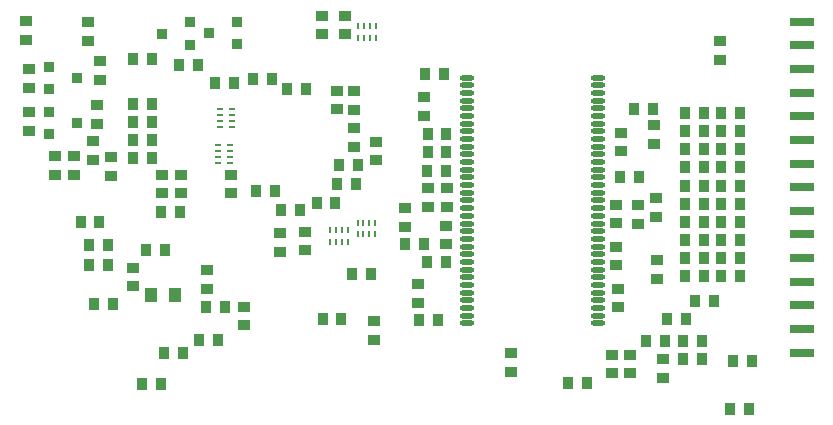
<source format=gbp>
%FSLAX25Y25*%
%MOIN*%
G70*
G01*
G75*
G04 Layer_Color=128*
%ADD10O,0.03150X0.01181*%
%ADD11O,0.01181X0.03150*%
%ADD12R,0.09843X0.09843*%
%ADD13R,0.06102X0.02362*%
%ADD14R,0.10236X0.01102*%
%ADD15R,0.05906X0.01181*%
%ADD16R,0.01181X0.05906*%
%ADD17R,0.09843X0.07874*%
%ADD18R,0.09055X0.01969*%
%ADD19R,0.03937X0.03740*%
%ADD20R,0.01870X0.00787*%
%ADD21R,0.03937X0.03937*%
%ADD22R,0.02362X0.03937*%
%ADD23R,0.03937X0.02362*%
%ADD24R,0.03937X0.03937*%
%ADD25O,0.06102X0.00984*%
%ADD26O,0.00984X0.06102*%
%ADD27R,0.19685X0.19685*%
%ADD28R,0.03740X0.03937*%
%ADD29R,0.05512X0.12598*%
%ADD30R,0.03937X0.04724*%
%ADD31R,0.08661X0.07874*%
%ADD32R,0.04724X0.05512*%
%ADD33R,0.09055X0.09055*%
%ADD34O,0.01181X0.03543*%
%ADD35O,0.03543X0.01181*%
%ADD36R,0.02362X0.03150*%
%ADD37R,0.03543X0.03937*%
%ADD38R,0.00984X0.02362*%
%ADD39O,0.00984X0.02362*%
%ADD40R,0.03150X0.02362*%
%ADD41R,0.12598X0.05512*%
%ADD42R,0.02559X0.03543*%
%ADD43R,0.03937X0.03543*%
%ADD44R,0.07874X0.03150*%
%ADD45R,0.03543X0.03150*%
%ADD46C,0.00600*%
%ADD47C,0.01200*%
%ADD48C,0.01000*%
%ADD49C,0.00787*%
%ADD50C,0.00800*%
%ADD51C,0.02000*%
%ADD52C,0.01500*%
%ADD53C,0.15000*%
%ADD54R,0.06000X0.06000*%
%ADD55C,0.06000*%
%ADD56C,0.10600*%
%ADD57C,0.01969*%
%ADD58R,0.05906X0.05906*%
%ADD59C,0.05906*%
%ADD60C,0.02600*%
%ADD61C,0.04000*%
%ADD62R,0.07087X0.12205*%
%ADD63R,0.10236X0.02362*%
%ADD64R,0.14961X0.08268*%
%ADD65R,0.07874X0.17323*%
%ADD66C,0.14998*%
%ADD67C,0.05400*%
%ADD68C,0.10400*%
%ADD69C,0.05943*%
%ADD70C,0.03600*%
%ADD71R,0.05512X0.14173*%
%ADD72R,0.15748X0.08268*%
%ADD73R,0.12205X0.17716*%
%ADD74R,0.19685X0.02756*%
%ADD75R,0.02362X0.00984*%
%ADD76O,0.02362X0.00984*%
%ADD77O,0.04921X0.01772*%
%ADD78R,0.03740X0.03543*%
%ADD79R,0.03740X0.03543*%
%ADD80C,0.00984*%
%ADD81C,0.02362*%
%ADD82C,0.00394*%
%ADD83C,0.00591*%
%ADD84C,0.01181*%
%ADD85C,0.00700*%
D19*
X263000Y318650D02*
D03*
Y312350D02*
D03*
X257500Y324850D02*
D03*
Y331150D02*
D03*
X293843Y286150D02*
D03*
Y279851D02*
D03*
X286444Y322607D02*
D03*
Y328906D02*
D03*
X284500Y260350D02*
D03*
Y266650D02*
D03*
X294000Y298650D02*
D03*
Y292350D02*
D03*
X364047Y268371D02*
D03*
Y274670D02*
D03*
X351000Y258850D02*
D03*
Y265150D02*
D03*
X350500Y279150D02*
D03*
Y272850D02*
D03*
X363944Y289135D02*
D03*
Y295434D02*
D03*
X357761Y292991D02*
D03*
Y286692D02*
D03*
X350434Y293150D02*
D03*
Y286851D02*
D03*
X363056Y313291D02*
D03*
Y319590D02*
D03*
X222000Y303150D02*
D03*
Y296850D02*
D03*
X238500Y283650D02*
D03*
Y277350D02*
D03*
X169900Y309350D02*
D03*
Y303050D02*
D03*
X153700Y347950D02*
D03*
Y354250D02*
D03*
X205500Y303150D02*
D03*
Y296850D02*
D03*
X287843Y298552D02*
D03*
Y292253D02*
D03*
X315500Y243650D02*
D03*
Y237350D02*
D03*
X384964Y341350D02*
D03*
Y347649D02*
D03*
D28*
X394750Y225000D02*
D03*
X388450D02*
D03*
X174850Y279500D02*
D03*
X181150D02*
D03*
X211350Y248000D02*
D03*
X217650D02*
D03*
X174850Y273000D02*
D03*
X181150D02*
D03*
X171948Y287434D02*
D03*
X178247D02*
D03*
X287607Y304453D02*
D03*
X293906D02*
D03*
X284850Y254500D02*
D03*
X291150D02*
D03*
X287350Y274000D02*
D03*
X293650D02*
D03*
X292950Y336500D02*
D03*
X286650D02*
D03*
X358090Y302342D02*
D03*
X351791D02*
D03*
X356509Y324851D02*
D03*
X362808D02*
D03*
X257350Y300000D02*
D03*
X263650D02*
D03*
X236650Y297500D02*
D03*
X230350D02*
D03*
X223150Y333500D02*
D03*
X216850D02*
D03*
X235650Y335000D02*
D03*
X229350D02*
D03*
X247150Y331500D02*
D03*
X240850D02*
D03*
X383150Y261000D02*
D03*
X376850D02*
D03*
X373650Y255000D02*
D03*
X367350D02*
D03*
X379150Y241500D02*
D03*
X372850D02*
D03*
X198750Y233400D02*
D03*
X192450D02*
D03*
X195650Y308500D02*
D03*
X189350D02*
D03*
Y326500D02*
D03*
X195650D02*
D03*
X182650Y260000D02*
D03*
X176350D02*
D03*
X268893Y269842D02*
D03*
X262594D02*
D03*
D30*
X203437Y263000D02*
D03*
X195563D02*
D03*
D37*
X280086Y280047D02*
D03*
X286385D02*
D03*
X385350Y293200D02*
D03*
X391650D02*
D03*
X373350D02*
D03*
X379650D02*
D03*
X391650Y299200D02*
D03*
X385350D02*
D03*
X379650D02*
D03*
X373350D02*
D03*
X373350Y305500D02*
D03*
X379650D02*
D03*
X385350D02*
D03*
X391650D02*
D03*
Y311500D02*
D03*
X385350D02*
D03*
X379650D02*
D03*
X373350D02*
D03*
X373350Y269200D02*
D03*
X379650D02*
D03*
X385350D02*
D03*
X391650D02*
D03*
Y275200D02*
D03*
X385350D02*
D03*
X379650D02*
D03*
X373350D02*
D03*
X373350Y317500D02*
D03*
X379650D02*
D03*
X385350D02*
D03*
X391650D02*
D03*
Y323500D02*
D03*
X385350D02*
D03*
X379650D02*
D03*
X373350D02*
D03*
X373350Y281200D02*
D03*
X379650D02*
D03*
X385350D02*
D03*
X391650D02*
D03*
Y287200D02*
D03*
X385350D02*
D03*
X379650D02*
D03*
X373350D02*
D03*
X199850Y243500D02*
D03*
X206150D02*
D03*
X395750Y240900D02*
D03*
X389450D02*
D03*
X379150Y247500D02*
D03*
X372850D02*
D03*
X340846Y233741D02*
D03*
X334546D02*
D03*
X189550Y341600D02*
D03*
X195850D02*
D03*
X220150Y259000D02*
D03*
X213850D02*
D03*
X205150Y290500D02*
D03*
X198850D02*
D03*
X195650Y314500D02*
D03*
X189350D02*
D03*
Y320500D02*
D03*
X195650D02*
D03*
X360350Y247500D02*
D03*
X366650D02*
D03*
X204850Y339500D02*
D03*
X211150D02*
D03*
X193850Y278000D02*
D03*
X200150D02*
D03*
X293922Y316556D02*
D03*
X287623D02*
D03*
X293922Y310658D02*
D03*
X287623D02*
D03*
X256914Y293761D02*
D03*
X250615D02*
D03*
X238670Y291361D02*
D03*
X244969D02*
D03*
X264422Y306453D02*
D03*
X258123D02*
D03*
X258914Y255058D02*
D03*
X252615D02*
D03*
D38*
X270472Y348583D02*
D03*
X261007Y280583D02*
D03*
X270205Y283165D02*
D03*
D39*
X268503Y348583D02*
D03*
X266535D02*
D03*
X264566D02*
D03*
X270472Y352520D02*
D03*
X268503D02*
D03*
X266535D02*
D03*
X264566D02*
D03*
X259039Y280583D02*
D03*
X257070D02*
D03*
X255102D02*
D03*
X261007Y284520D02*
D03*
X259039D02*
D03*
X257070D02*
D03*
X255102D02*
D03*
X268237Y283165D02*
D03*
X266268D02*
D03*
X264300D02*
D03*
X270205Y287102D02*
D03*
X268237D02*
D03*
X266268D02*
D03*
X264300D02*
D03*
D43*
X176100Y314450D02*
D03*
Y308150D02*
D03*
X182000Y302750D02*
D03*
Y309050D02*
D03*
X270400Y314150D02*
D03*
Y307850D02*
D03*
X252500Y356150D02*
D03*
Y349850D02*
D03*
X279954Y285570D02*
D03*
Y291869D02*
D03*
X246924Y284150D02*
D03*
Y277851D02*
D03*
X352000Y310850D02*
D03*
Y317150D02*
D03*
X163400Y303050D02*
D03*
Y309350D02*
D03*
X178600Y340950D02*
D03*
Y334650D02*
D03*
X177600Y326450D02*
D03*
Y320150D02*
D03*
X154900Y332050D02*
D03*
Y338350D02*
D03*
Y317550D02*
D03*
Y323850D02*
D03*
X260000Y356150D02*
D03*
Y349850D02*
D03*
X366000Y235350D02*
D03*
Y241650D02*
D03*
X174600Y353950D02*
D03*
Y347650D02*
D03*
X349000Y236850D02*
D03*
Y243150D02*
D03*
X355000Y243150D02*
D03*
Y236850D02*
D03*
X199000Y303150D02*
D03*
Y296850D02*
D03*
X214000Y271450D02*
D03*
Y265150D02*
D03*
X226500Y252850D02*
D03*
Y259150D02*
D03*
X189500Y265850D02*
D03*
Y272150D02*
D03*
X263239Y330922D02*
D03*
Y324623D02*
D03*
X269729Y254453D02*
D03*
Y248154D02*
D03*
D44*
X412400Y354036D02*
D03*
Y243800D02*
D03*
Y251674D02*
D03*
Y259548D02*
D03*
Y267422D02*
D03*
Y275296D02*
D03*
Y283170D02*
D03*
Y291044D02*
D03*
Y298918D02*
D03*
Y306792D02*
D03*
Y314666D02*
D03*
Y322540D02*
D03*
Y330414D02*
D03*
Y346162D02*
D03*
Y338288D02*
D03*
D75*
X221616Y313007D02*
D03*
X222516Y324972D02*
D03*
D76*
X221616Y311039D02*
D03*
Y309070D02*
D03*
Y307102D02*
D03*
X217679Y313007D02*
D03*
Y311039D02*
D03*
Y309070D02*
D03*
Y307102D02*
D03*
X218580Y319066D02*
D03*
Y321035D02*
D03*
Y323003D02*
D03*
Y324972D02*
D03*
X222516Y319066D02*
D03*
Y321035D02*
D03*
Y323003D02*
D03*
D77*
X344350Y253555D02*
D03*
Y256114D02*
D03*
Y258673D02*
D03*
Y261232D02*
D03*
Y263791D02*
D03*
Y266350D02*
D03*
Y268910D02*
D03*
Y271468D02*
D03*
Y274028D02*
D03*
Y276587D02*
D03*
Y279146D02*
D03*
Y281705D02*
D03*
Y284264D02*
D03*
Y286823D02*
D03*
Y289382D02*
D03*
Y291941D02*
D03*
Y294500D02*
D03*
Y297059D02*
D03*
Y299618D02*
D03*
Y302177D02*
D03*
Y304736D02*
D03*
Y307295D02*
D03*
Y309854D02*
D03*
Y312413D02*
D03*
Y314972D02*
D03*
Y317531D02*
D03*
Y320091D02*
D03*
Y322650D02*
D03*
Y325209D02*
D03*
Y327768D02*
D03*
Y330327D02*
D03*
Y332886D02*
D03*
Y335445D02*
D03*
X300650D02*
D03*
Y332886D02*
D03*
Y330327D02*
D03*
Y327768D02*
D03*
Y325209D02*
D03*
Y322650D02*
D03*
Y320091D02*
D03*
Y317531D02*
D03*
Y314972D02*
D03*
Y312413D02*
D03*
Y309854D02*
D03*
Y307295D02*
D03*
Y304736D02*
D03*
Y302177D02*
D03*
Y299618D02*
D03*
Y297059D02*
D03*
Y294500D02*
D03*
Y291941D02*
D03*
Y289382D02*
D03*
Y286823D02*
D03*
Y284264D02*
D03*
Y281705D02*
D03*
Y279146D02*
D03*
Y276587D02*
D03*
Y274028D02*
D03*
Y271468D02*
D03*
Y268910D02*
D03*
Y266350D02*
D03*
Y263791D02*
D03*
Y261232D02*
D03*
Y258673D02*
D03*
Y256114D02*
D03*
Y253555D02*
D03*
D78*
X161374Y316510D02*
D03*
X170626Y320250D02*
D03*
X161374Y331509D02*
D03*
X170626Y335250D02*
D03*
X199174Y350150D02*
D03*
X208426Y353890D02*
D03*
X224126Y353991D02*
D03*
X214874Y350250D02*
D03*
D79*
X161374Y323990D02*
D03*
Y338990D02*
D03*
X208426Y346410D02*
D03*
X224126Y346510D02*
D03*
M02*

</source>
